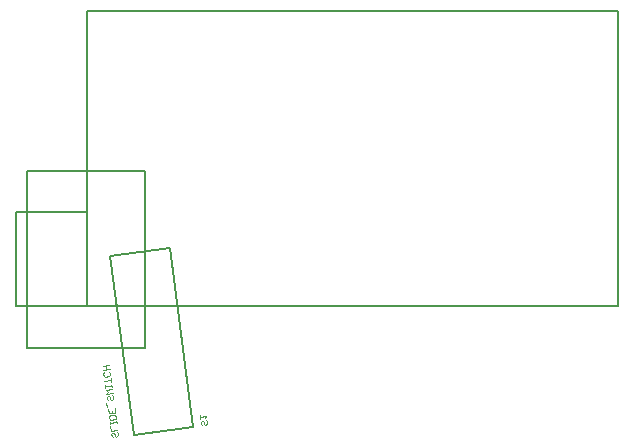
<source format=gbo>
G75*
%MOIN*%
%OFA0B0*%
%FSLAX25Y25*%
%IPPOS*%
%LPD*%
%AMOC8*
5,1,8,0,0,1.08239X$1,22.5*
%
%ADD10C,0.00500*%
%ADD11C,0.00200*%
D10*
X0445271Y0246767D02*
X0445271Y0278263D01*
X0468893Y0278263D01*
X0468893Y0246767D01*
X0646058Y0246767D01*
X0646058Y0345192D01*
X0468893Y0345192D01*
X0468893Y0278263D01*
X0476795Y0263473D02*
X0496624Y0266083D01*
X0504455Y0206597D01*
X0484627Y0203986D01*
X0476795Y0263473D01*
X0468893Y0246767D02*
X0445271Y0246767D01*
X0448893Y0232830D02*
X0488263Y0232830D01*
X0488263Y0291885D01*
X0448893Y0291885D01*
X0448893Y0232830D01*
D11*
X0474155Y0226833D02*
X0476300Y0227116D01*
X0475227Y0226974D02*
X0475416Y0225544D01*
X0476227Y0224912D02*
X0476631Y0224601D01*
X0476725Y0223886D01*
X0476415Y0223482D01*
X0474984Y0223293D01*
X0474580Y0223604D01*
X0474486Y0224319D01*
X0474796Y0224724D01*
X0474343Y0225403D02*
X0476489Y0225685D01*
X0476868Y0222803D02*
X0477056Y0221372D01*
X0476962Y0222087D02*
X0474817Y0221805D01*
X0475006Y0220367D02*
X0475100Y0219652D01*
X0475053Y0220010D02*
X0477199Y0220292D01*
X0477246Y0219935D02*
X0477151Y0220650D01*
X0477341Y0219208D02*
X0475196Y0218926D01*
X0476005Y0218305D01*
X0475384Y0217496D01*
X0477529Y0217778D01*
X0477267Y0217005D02*
X0477672Y0216694D01*
X0477766Y0215979D01*
X0477456Y0215575D01*
X0477098Y0215528D01*
X0476694Y0215838D01*
X0476599Y0216553D01*
X0476195Y0216864D01*
X0475837Y0216817D01*
X0475527Y0216412D01*
X0475621Y0215697D01*
X0476025Y0215386D01*
X0475406Y0214566D02*
X0475594Y0213136D01*
X0476047Y0212457D02*
X0476236Y0211026D01*
X0478381Y0211309D01*
X0478193Y0212739D01*
X0477214Y0211883D02*
X0477308Y0211167D01*
X0476689Y0210347D02*
X0478119Y0210536D01*
X0478524Y0210225D01*
X0478665Y0209152D01*
X0476520Y0208870D01*
X0476378Y0209943D01*
X0476689Y0210347D01*
X0476615Y0208147D02*
X0476709Y0207432D01*
X0476662Y0207790D02*
X0478807Y0208072D01*
X0478854Y0207715D02*
X0478760Y0208430D01*
X0476804Y0206706D02*
X0476993Y0205276D01*
X0479138Y0205558D01*
X0478876Y0204785D02*
X0479281Y0204474D01*
X0479375Y0203759D01*
X0479065Y0203355D01*
X0478707Y0203308D01*
X0478302Y0203618D01*
X0478208Y0204333D01*
X0477803Y0204644D01*
X0477446Y0204597D01*
X0477135Y0204192D01*
X0477230Y0203477D01*
X0477634Y0203166D01*
X0506973Y0207393D02*
X0507378Y0207082D01*
X0506973Y0207393D02*
X0506879Y0208108D01*
X0507189Y0208512D01*
X0507547Y0208560D01*
X0507952Y0208249D01*
X0508046Y0207534D01*
X0508450Y0207223D01*
X0508808Y0207270D01*
X0509118Y0207675D01*
X0509024Y0208390D01*
X0508620Y0208701D01*
X0508166Y0209380D02*
X0508787Y0210189D01*
X0506642Y0209907D01*
X0506548Y0210622D02*
X0506736Y0209191D01*
M02*

</source>
